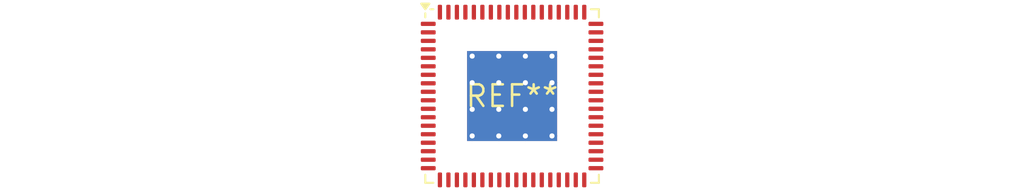
<source format=kicad_pcb>
(kicad_pcb (version 20240108) (generator pcbnew)
  (layers (0 "F.Cu" signal) (31 "B.Cu" signal) (34 "B.Paste" user) (35 "F.Paste" user) (36 "B.SilkS" user "B.Silkscreen") (37 "F.SilkS" user "F.Silkscreen") (38 "B.Mask" user) (39 "F.Mask" user) (44 "Edge.Cuts" user))
  (net 0 "")
  (footprint "LFCSP-72-1EP_10x10mm_P0.5mm_EP5.3x5.3mm_ThermalVias" (layer "F.Cu") (at 0 0)
    (property "Reference" "REF**")
    (property "Value" "LFCSP-72-1EP_10x10mm_P0.5mm_EP5.3x5.3mm_ThermalVias")
    (fp_line (start -5.11 -4.635) (end -5.11 -4.87) (layer "F.SilkS") (stroke (width 0.12)))
    (fp_line (start -5.11 5.11) (end -5.11 4.635) (layer "F.SilkS") (stroke (width 0.12)))
    (fp_line (start -4.635 -5.11) (end -4.81 -5.11) (layer "F.SilkS") (stroke (width 0.12)))
    (fp_line (start -4.635 5.11) (end -5.11 5.11) (layer "F.SilkS") (stroke (width 0.12)))
    (fp_line (start 4.635 -5.11) (end 5.11 -5.11) (layer "F.SilkS") (stroke (width 0.12)))
    (fp_line (start 4.635 5.11) (end 5.11 5.11) (layer "F.SilkS") (stroke (width 0.12)))
    (fp_line (start 5.11 -5.11) (end 5.11 -4.635) (layer "F.SilkS") (stroke (width 0.12)))
    (fp_line (start 5.11 5.11) (end 5.11 4.635) (layer "F.SilkS") (stroke (width 0.12)))
    (fp_poly (pts (xy -5.11 -5.11) (xy -5.35 -5.44) (xy -4.87 -5.44) (xy -5.11 -5.11)) (layer "F.SilkS") (stroke (width 0.12)) (fill solid))
    (pad "1" smd roundrect (at -4.9375 -4.25) (size 0.875 0.25) (layers "F.Cu" "F.Paste" "F.Mask"))
    (pad "2" smd roundrect (at -4.9375 -3.75) (size 0.875 0.25) (layers "F.Cu" "F.Paste" "F.Mask"))
    (pad "3" smd roundrect (at -4.9375 -3.25) (size 0.875 0.25) (layers "F.Cu" "F.Paste" "F.Mask"))
    (pad "4" smd roundrect (at -4.9375 -2.75) (size 0.875 0.25) (layers "F.Cu" "F.Paste" "F.Mask"))
    (pad "5" smd roundrect (at -4.9375 -2.25) (size 0.875 0.25) (layers "F.Cu" "F.Paste" "F.Mask"))
    (pad "6" smd roundrect (at -4.9375 -1.75) (size 0.875 0.25) (layers "F.Cu" "F.Paste" "F.Mask"))
    (pad "7" smd roundrect (at -4.9375 -1.25) (size 0.875 0.25) (layers "F.Cu" "F.Paste" "F.Mask"))
    (pad "8" smd roundrect (at -4.9375 -0.75) (size 0.875 0.25) (layers "F.Cu" "F.Paste" "F.Mask"))
    (pad "9" smd roundrect (at -4.9375 -0.25) (size 0.875 0.25) (layers "F.Cu" "F.Paste" "F.Mask"))
    (pad "10" smd roundrect (at -4.9375 0.25) (size 0.875 0.25) (layers "F.Cu" "F.Paste" "F.Mask"))
    (pad "11" smd roundrect (at -4.9375 0.75) (size 0.875 0.25) (layers "F.Cu" "F.Paste" "F.Mask"))
    (pad "12" smd roundrect (at -4.9375 1.25) (size 0.875 0.25) (layers "F.Cu" "F.Paste" "F.Mask"))
    (pad "13" smd roundrect (at -4.9375 1.75) (size 0.875 0.25) (layers "F.Cu" "F.Paste" "F.Mask"))
    (pad "14" smd roundrect (at -4.9375 2.25) (size 0.875 0.25) (layers "F.Cu" "F.Paste" "F.Mask"))
    (pad "15" smd roundrect (at -4.9375 2.75) (size 0.875 0.25) (layers "F.Cu" "F.Paste" "F.Mask"))
    (pad "16" smd roundrect (at -4.9375 3.25) (size 0.875 0.25) (layers "F.Cu" "F.Paste" "F.Mask"))
    (pad "17" smd roundrect (at -4.9375 3.75) (size 0.875 0.25) (layers "F.Cu" "F.Paste" "F.Mask"))
    (pad "18" smd roundrect (at -4.9375 4.25) (size 0.875 0.25) (layers "F.Cu" "F.Paste" "F.Mask"))
    (pad "19" smd roundrect (at -4.25 4.9375) (size 0.25 0.875) (layers "F.Cu" "F.Paste" "F.Mask"))
    (pad "20" smd roundrect (at -3.75 4.9375) (size 0.25 0.875) (layers "F.Cu" "F.Paste" "F.Mask"))
    (pad "21" smd roundrect (at -3.25 4.9375) (size 0.25 0.875) (layers "F.Cu" "F.Paste" "F.Mask"))
    (pad "22" smd roundrect (at -2.75 4.9375) (size 0.25 0.875) (layers "F.Cu" "F.Paste" "F.Mask"))
    (pad "23" smd roundrect (at -2.25 4.9375) (size 0.25 0.875) (layers "F.Cu" "F.Paste" "F.Mask"))
    (pad "24" smd roundrect (at -1.75 4.9375) (size 0.25 0.875) (layers "F.Cu" "F.Paste" "F.Mask"))
    (pad "25" smd roundrect (at -1.25 4.9375) (size 0.25 0.875) (layers "F.Cu" "F.Paste" "F.Mask"))
    (pad "26" smd roundrect (at -0.75 4.9375) (size 0.25 0.875) (layers "F.Cu" "F.Paste" "F.Mask"))
    (pad "27" smd roundrect (at -0.25 4.9375) (size 0.25 0.875) (layers "F.Cu" "F.Paste" "F.Mask"))
    (pad "28" smd roundrect (at 0.25 4.9375) (size 0.25 0.875) (layers "F.Cu" "F.Paste" "F.Mask"))
    (pad "29" smd roundrect (at 0.75 4.9375) (size 0.25 0.875) (layers "F.Cu" "F.Paste" "F.Mask"))
    (pad "30" smd roundrect (at 1.25 4.9375) (size 0.25 0.875) (layers "F.Cu" "F.Paste" "F.Mask"))
    (pad "31" smd roundrect (at 1.75 4.9375) (size 0.25 0.875) (layers "F.Cu" "F.Paste" "F.Mask"))
    (pad "32" smd roundrect (at 2.25 4.9375) (size 0.25 0.875) (layers "F.Cu" "F.Paste" "F.Mask"))
    (pad "33" smd roundrect (at 2.75 4.9375) (size 0.25 0.875) (layers "F.Cu" "F.Paste" "F.Mask"))
    (pad "34" smd roundrect (at 3.25 4.9375) (size 0.25 0.875) (layers "F.Cu" "F.Paste" "F.Mask"))
    (pad "35" smd roundrect (at 3.75 4.9375) (size 0.25 0.875) (layers "F.Cu" "F.Paste" "F.Mask"))
    (pad "36" smd roundrect (at 4.25 4.9375) (size 0.25 0.875) (layers "F.Cu" "F.Paste" "F.Mask"))
    (pad "37" smd roundrect (at 4.9375 4.25) (size 0.875 0.25) (layers "F.Cu" "F.Paste" "F.Mask"))
    (pad "38" smd roundrect (at 4.9375 3.75) (size 0.875 0.25) (layers "F.Cu" "F.Paste" "F.Mask"))
    (pad "39" smd roundrect (at 4.9375 3.25) (size 0.875 0.25) (layers "F.Cu" "F.Paste" "F.Mask"))
    (pad "40" smd roundrect (at 4.9375 2.75) (size 0.875 0.25) (layers "F.Cu" "F.Paste" "F.Mask"))
    (pad "41" smd roundrect (at 4.9375 2.25) (size 0.875 0.25) (layers "F.Cu" "F.Paste" "F.Mask"))
    (pad "42" smd roundrect (at 4.9375 1.75) (size 0.875 0.25) (layers "F.Cu" "F.Paste" "F.Mask"))
    (pad "43" smd roundrect (at 4.9375 1.25) (size 0.875 0.25) (layers "F.Cu" "F.Paste" "F.Mask"))
    (pad "44" smd roundrect (at 4.9375 0.75) (size 0.875 0.25) (layers "F.Cu" "F.Paste" "F.Mask"))
    (pad "45" smd roundrect (at 4.9375 0.25) (size 0.875 0.25) (layers "F.Cu" "F.Paste" "F.Mask"))
    (pad "46" smd roundrect (at 4.9375 -0.25) (size 0.875 0.25) (layers "F.Cu" "F.Paste" "F.Mask"))
    (pad "47" smd roundrect (at 4.9375 -0.75) (size 0.875 0.25) (layers "F.Cu" "F.Paste" "F.Mask"))
    (pad "48" smd roundrect (at 4.9375 -1.25) (size 0.875 0.25) (layers "F.Cu" "F.Paste" "F.Mask"))
    (pad "49" smd roundrect (at 4.9375 -1.75) (size 0.875 0.25) (layers "F.Cu" "F.Paste" "F.Mask"))
    (pad "50" smd roundrect (at 4.9375 -2.25) (size 0.875 0.25) (layers "F.Cu" "F.Paste" "F.Mask"))
    (pad "51" smd roundrect (at 4.9375 -2.75) (size 0.875 0.25) (layers "F.Cu" "F.Paste" "F.Mask"))
    (pad "52" smd roundrect (at 4.9375 -3.25) (size 0.875 0.25) (layers "F.Cu" "F.Paste" "F.Mask"))
    (pad "53" smd roundrect (at 4.9375 -3.75) (size 0.875 0.25) (layers "F.Cu" "F.Paste" "F.Mask"))
    (pad "54" smd roundrect (at 4.9375 -4.25) (size 0.875 0.25) (layers "F.Cu" "F.Paste" "F.Mask"))
    (pad "55" smd roundrect (at 4.25 -4.9375) (size 0.25 0.875) (layers "F.Cu" "F.Paste" "F.Mask"))
    (pad "56" smd roundrect (at 3.75 -4.9375) (size 0.25 0.875) (layers "F.Cu" "F.Paste" "F.Mask"))
    (pad "57" smd roundrect (at 3.25 -4.9375) (size 0.25 0.875) (layers "F.Cu" "F.Paste" "F.Mask"))
    (pad "58" smd roundrect (at 2.75 -4.9375) (size 0.25 0.875) (layers "F.Cu" "F.Paste" "F.Mask"))
    (pad "59" smd roundrect (at 2.25 -4.9375) (size 0.25 0.875) (layers "F.Cu" "F.Paste" "F.Mask"))
    (pad "60" smd roundrect (at 1.75 -4.9375) (size 0.25 0.875) (layers "F.Cu" "F.Paste" "F.Mask"))
    (pad "61" smd roundrect (at 1.25 -4.9375) (size 0.25 0.875) (layers "F.Cu" "F.Paste" "F.Mask"))
    (pad "62" smd roundrect (at 0.75 -4.9375) (size 0.25 0.875) (layers "F.Cu" "F.Paste" "F.Mask"))
    (pad "63" smd roundrect (at 0.25 -4.9375) (size 0.25 0.875) (layers "F.Cu" "F.Paste" "F.Mask"))
    (pad "64" smd roundrect (at -0.25 -4.9375) (size 0.25 0.875) (layers "F.Cu" "F.Paste" "F.Mask"))
    (pad "65" smd roundrect (at -0.75 -4.9375) (size 0.25 0.875) (layers "F.Cu" "F.Paste" "F.Mask"))
    (pad "66" smd roundrect (at -1.25 -4.9375) (size 0.25 0.875) (layers "F.Cu" "F.Paste" "F.Mask"))
    (pad "67" smd roundrect (at -1.75 -4.9375) (size 0.25 0.875) (layers "F.Cu" "F.Paste" "F.Mask"))
    (pad "68" smd roundrect (at -2.25 -4.9375) (size 0.25 0.875) (layers "F.Cu" "F.Paste" "F.Mask"))
    (pad "69" smd roundrect (at -2.75 -4.9375) (size 0.25 0.875) (layers "F.Cu" "F.Paste" "F.Mask"))
    (pad "70" smd roundrect (at -3.25 -4.9375) (size 0.25 0.875) (layers "F.Cu" "F.Paste" "F.Mask"))
    (pad "71" smd roundrect (at -3.75 -4.9375) (size 0.25 0.875) (layers "F.Cu" "F.Paste" "F.Mask"))
    (pad "72" smd roundrect (at -4.25 -4.9375) (size 0.25 0.875) (layers "F.Cu" "F.Paste" "F.Mask"))
    (pad "73" thru_hole circle (at -2.35 -2.35) (size 0.6 0.6) (drill 0.3) (property pad_prop_heatsink) (layers *.Cu) (remove_unused_layers))
    (pad "73" thru_hole circle (at -2.35 -0.783333) (size 0.6 0.6) (drill 0.3) (property pad_prop_heatsink) (layers *.Cu) (remove_unused_layers))
    (pad "73" thru_hole circle (at -2.35 0.783333) (size 0.6 0.6) (drill 0.3) (property pad_prop_heatsink) (layers *.Cu) (remove_unused_layers))
    (pad "73" thru_hole circle (at -2.35 2.35) (size 0.6 0.6) (drill 0.3) (property pad_prop_heatsink) (layers *.Cu) (remove_unused_layers))
    (pad "73" thru_hole circle (at -0.783333 -2.35) (size 0.6 0.6) (drill 0.3) (property pad_prop_heatsink) (layers *.Cu) (remove_unused_layers))
    (pad "73" thru_hole circle (at -0.783333 -0.783333) (size 0.6 0.6) (drill 0.3) (property pad_prop_heatsink) (layers *.Cu) (remove_unused_layers))
    (pad "73" thru_hole circle (at -0.783333 0.783333) (size 0.6 0.6) (drill 0.3) (property pad_prop_heatsink) (layers *.Cu) (remove_unused_layers))
    (pad "73" thru_hole circle (at -0.783333 2.35) (size 0.6 0.6) (drill 0.3) (property pad_prop_heatsink) (layers *.Cu) (remove_unused_layers))
    (pad "73" smd rect (at 0 0) (size 5.3 5.3) (property pad_prop_heatsink) (layers "F.Cu" "F.Mask"))
    (pad "73" smd rect (at 0 0) (size 5.3 5.3) (property pad_prop_heatsink) (layers "B.Cu"))
    (pad "73" thru_hole circle (at 0.783333 -2.35) (size 0.6 0.6) (drill 0.3) (property pad_prop_heatsink) (layers *.Cu) (remove_unused_layers))
    (pad "73" thru_hole circle (at 0.783333 -0.783333) (size 0.6 0.6) (drill 0.3) (property pad_prop_heatsink) (layers *.Cu) (remove_unused_layers))
    (pad "73" thru_hole circle (at 0.783333 0.783333) (size 0.6 0.6) (drill 0.3) (property pad_prop_heatsink) (layers *.Cu) (remove_unused_layers))
    (pad "73" thru_hole circle (at 0.783333 2.35) (size 0.6 0.6) (drill 0.3) (property pad_prop_heatsink) (layers *.Cu) (remove_unused_layers))
    (pad "73" thru_hole circle (at 2.35 -2.35) (size 0.6 0.6) (drill 0.3) (property pad_prop_heatsink) (layers *.Cu) (remove_unused_layers))
    (pad "73" thru_hole circle (at 2.35 -0.783333) (size 0.6 0.6) (drill 0.3) (property pad_prop_heatsink) (layers *.Cu) (remove_unused_layers))
    (pad "73" thru_hole circle (at 2.35 0.783333) (size 0.6 0.6) (drill 0.3) (property pad_prop_heatsink) (layers *.Cu) (remove_unused_layers))
    (pad "73" thru_hole circle (at 2.35 2.35) (size 0.6 0.6) (drill 0.3) (property pad_prop_heatsink) (layers *.Cu) (remove_unused_layers))
  )
)
</source>
